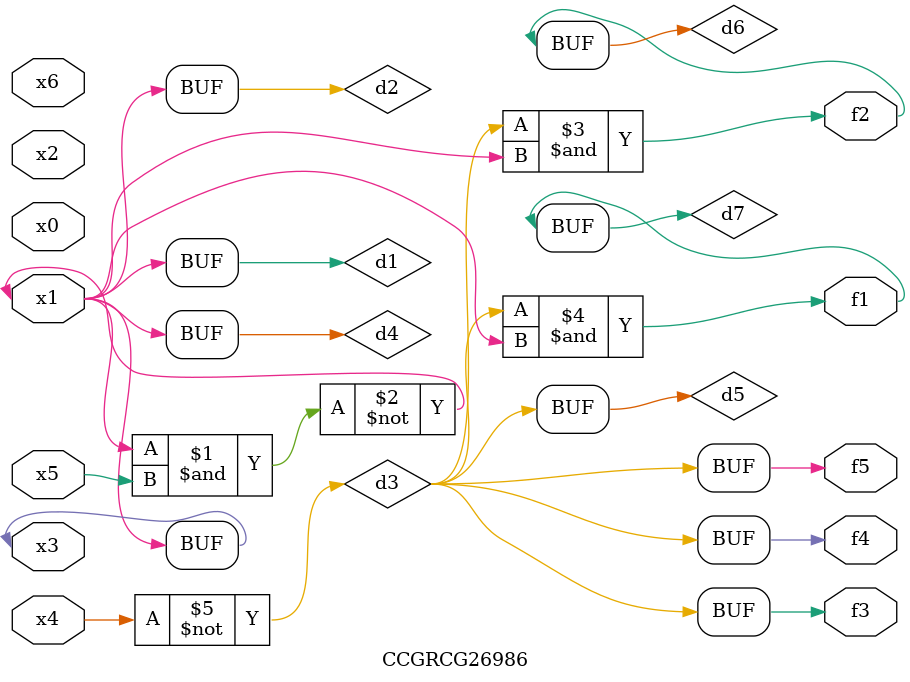
<source format=v>
module CCGRCG26986(
	input x0, x1, x2, x3, x4, x5, x6,
	output f1, f2, f3, f4, f5
);

	wire d1, d2, d3, d4, d5, d6, d7;

	buf (d1, x1, x3);
	nand (d2, x1, x5);
	not (d3, x4);
	buf (d4, d1, d2);
	buf (d5, d3);
	and (d6, d3, d4);
	and (d7, d3, d4);
	assign f1 = d7;
	assign f2 = d6;
	assign f3 = d5;
	assign f4 = d5;
	assign f5 = d5;
endmodule

</source>
